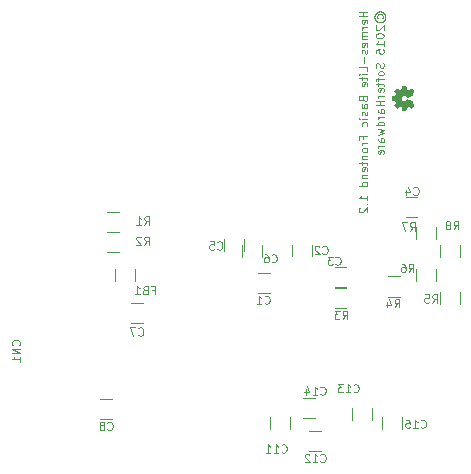
<source format=gbo>
G04 #@! TF.FileFunction,Legend,Bot*
%FSLAX46Y46*%
G04 Gerber Fmt 4.6, Leading zero omitted, Abs format (unit mm)*
G04 Created by KiCad (PCBNEW 0.201509221857+6208~30~ubuntu14.04.1-product) date Thu 24 Sep 2015 08:06:42 PM PDT*
%MOMM*%
G01*
G04 APERTURE LIST*
%ADD10C,0.100000*%
%ADD11C,0.002540*%
G04 APERTURE END LIST*
D10*
X37433333Y-1650001D02*
X37400000Y-1583335D01*
X37400000Y-1450001D01*
X37433333Y-1383335D01*
X37500000Y-1316668D01*
X37566667Y-1283335D01*
X37700000Y-1283335D01*
X37766667Y-1316668D01*
X37833333Y-1383335D01*
X37866667Y-1450001D01*
X37866667Y-1583335D01*
X37833333Y-1650001D01*
X37166667Y-1516668D02*
X37200000Y-1350001D01*
X37300000Y-1183335D01*
X37466667Y-1083335D01*
X37633333Y-1050001D01*
X37800000Y-1083335D01*
X37966667Y-1183335D01*
X38066667Y-1350001D01*
X38100000Y-1516668D01*
X38066667Y-1683335D01*
X37966667Y-1850001D01*
X37800000Y-1950001D01*
X37633333Y-1983335D01*
X37466667Y-1950001D01*
X37300000Y-1850001D01*
X37200000Y-1683335D01*
X37166667Y-1516668D01*
X37333333Y-2250001D02*
X37300000Y-2283335D01*
X37266667Y-2350001D01*
X37266667Y-2516668D01*
X37300000Y-2583335D01*
X37333333Y-2616668D01*
X37400000Y-2650001D01*
X37466667Y-2650001D01*
X37566667Y-2616668D01*
X37966667Y-2216668D01*
X37966667Y-2650001D01*
X37266667Y-3083335D02*
X37266667Y-3150002D01*
X37300000Y-3216668D01*
X37333333Y-3250002D01*
X37400000Y-3283335D01*
X37533333Y-3316668D01*
X37700000Y-3316668D01*
X37833333Y-3283335D01*
X37900000Y-3250002D01*
X37933333Y-3216668D01*
X37966667Y-3150002D01*
X37966667Y-3083335D01*
X37933333Y-3016668D01*
X37900000Y-2983335D01*
X37833333Y-2950002D01*
X37700000Y-2916668D01*
X37533333Y-2916668D01*
X37400000Y-2950002D01*
X37333333Y-2983335D01*
X37300000Y-3016668D01*
X37266667Y-3083335D01*
X37966667Y-3983335D02*
X37966667Y-3583335D01*
X37966667Y-3783335D02*
X37266667Y-3783335D01*
X37366667Y-3716669D01*
X37433333Y-3650002D01*
X37466667Y-3583335D01*
X37266667Y-4616669D02*
X37266667Y-4283336D01*
X37600000Y-4250002D01*
X37566667Y-4283336D01*
X37533333Y-4350002D01*
X37533333Y-4516669D01*
X37566667Y-4583336D01*
X37600000Y-4616669D01*
X37666667Y-4650002D01*
X37833333Y-4650002D01*
X37900000Y-4616669D01*
X37933333Y-4583336D01*
X37966667Y-4516669D01*
X37966667Y-4350002D01*
X37933333Y-4283336D01*
X37900000Y-4250002D01*
X37933333Y-5450002D02*
X37966667Y-5550002D01*
X37966667Y-5716669D01*
X37933333Y-5783336D01*
X37900000Y-5816669D01*
X37833333Y-5850002D01*
X37766667Y-5850002D01*
X37700000Y-5816669D01*
X37666667Y-5783336D01*
X37633333Y-5716669D01*
X37600000Y-5583336D01*
X37566667Y-5516669D01*
X37533333Y-5483336D01*
X37466667Y-5450002D01*
X37400000Y-5450002D01*
X37333333Y-5483336D01*
X37300000Y-5516669D01*
X37266667Y-5583336D01*
X37266667Y-5750002D01*
X37300000Y-5850002D01*
X37966667Y-6250003D02*
X37933333Y-6183336D01*
X37900000Y-6150003D01*
X37833333Y-6116669D01*
X37633333Y-6116669D01*
X37566667Y-6150003D01*
X37533333Y-6183336D01*
X37500000Y-6250003D01*
X37500000Y-6350003D01*
X37533333Y-6416669D01*
X37566667Y-6450003D01*
X37633333Y-6483336D01*
X37833333Y-6483336D01*
X37900000Y-6450003D01*
X37933333Y-6416669D01*
X37966667Y-6350003D01*
X37966667Y-6250003D01*
X37500000Y-6683336D02*
X37500000Y-6950002D01*
X37966667Y-6783336D02*
X37366667Y-6783336D01*
X37300000Y-6816669D01*
X37266667Y-6883336D01*
X37266667Y-6950002D01*
X37500000Y-7083336D02*
X37500000Y-7350002D01*
X37266667Y-7183336D02*
X37866667Y-7183336D01*
X37933333Y-7216669D01*
X37966667Y-7283336D01*
X37966667Y-7350002D01*
X37933333Y-7850002D02*
X37966667Y-7783336D01*
X37966667Y-7650002D01*
X37933333Y-7583336D01*
X37866667Y-7550002D01*
X37600000Y-7550002D01*
X37533333Y-7583336D01*
X37500000Y-7650002D01*
X37500000Y-7783336D01*
X37533333Y-7850002D01*
X37600000Y-7883336D01*
X37666667Y-7883336D01*
X37733333Y-7550002D01*
X37966667Y-8183336D02*
X37500000Y-8183336D01*
X37633333Y-8183336D02*
X37566667Y-8216669D01*
X37533333Y-8250002D01*
X37500000Y-8316669D01*
X37500000Y-8383336D01*
X37966667Y-8616669D02*
X37266667Y-8616669D01*
X37600000Y-8616669D02*
X37600000Y-9016669D01*
X37966667Y-9016669D02*
X37266667Y-9016669D01*
X37966667Y-9650002D02*
X37600000Y-9650002D01*
X37533333Y-9616668D01*
X37500000Y-9550002D01*
X37500000Y-9416668D01*
X37533333Y-9350002D01*
X37933333Y-9650002D02*
X37966667Y-9583335D01*
X37966667Y-9416668D01*
X37933333Y-9350002D01*
X37866667Y-9316668D01*
X37800000Y-9316668D01*
X37733333Y-9350002D01*
X37700000Y-9416668D01*
X37700000Y-9583335D01*
X37666667Y-9650002D01*
X37966667Y-9983335D02*
X37500000Y-9983335D01*
X37633333Y-9983335D02*
X37566667Y-10016668D01*
X37533333Y-10050001D01*
X37500000Y-10116668D01*
X37500000Y-10183335D01*
X37966667Y-10716668D02*
X37266667Y-10716668D01*
X37933333Y-10716668D02*
X37966667Y-10650001D01*
X37966667Y-10516668D01*
X37933333Y-10450001D01*
X37900000Y-10416668D01*
X37833333Y-10383334D01*
X37633333Y-10383334D01*
X37566667Y-10416668D01*
X37533333Y-10450001D01*
X37500000Y-10516668D01*
X37500000Y-10650001D01*
X37533333Y-10716668D01*
X37500000Y-10983334D02*
X37966667Y-11116667D01*
X37633333Y-11250001D01*
X37966667Y-11383334D01*
X37500000Y-11516667D01*
X37966667Y-12083334D02*
X37600000Y-12083334D01*
X37533333Y-12050000D01*
X37500000Y-11983334D01*
X37500000Y-11850000D01*
X37533333Y-11783334D01*
X37933333Y-12083334D02*
X37966667Y-12016667D01*
X37966667Y-11850000D01*
X37933333Y-11783334D01*
X37866667Y-11750000D01*
X37800000Y-11750000D01*
X37733333Y-11783334D01*
X37700000Y-11850000D01*
X37700000Y-12016667D01*
X37666667Y-12083334D01*
X37966667Y-12416667D02*
X37500000Y-12416667D01*
X37633333Y-12416667D02*
X37566667Y-12450000D01*
X37533333Y-12483333D01*
X37500000Y-12550000D01*
X37500000Y-12616667D01*
X37933333Y-13116666D02*
X37966667Y-13050000D01*
X37966667Y-12916666D01*
X37933333Y-12850000D01*
X37866667Y-12816666D01*
X37600000Y-12816666D01*
X37533333Y-12850000D01*
X37500000Y-12916666D01*
X37500000Y-13050000D01*
X37533333Y-13116666D01*
X37600000Y-13150000D01*
X37666667Y-13150000D01*
X37733333Y-12816666D01*
X36566667Y-1066667D02*
X35866667Y-1066667D01*
X36200000Y-1066667D02*
X36200000Y-1466667D01*
X36566667Y-1466667D02*
X35866667Y-1466667D01*
X36533333Y-2066666D02*
X36566667Y-2000000D01*
X36566667Y-1866666D01*
X36533333Y-1800000D01*
X36466667Y-1766666D01*
X36200000Y-1766666D01*
X36133333Y-1800000D01*
X36100000Y-1866666D01*
X36100000Y-2000000D01*
X36133333Y-2066666D01*
X36200000Y-2100000D01*
X36266667Y-2100000D01*
X36333333Y-1766666D01*
X36566667Y-2400000D02*
X36100000Y-2400000D01*
X36233333Y-2400000D02*
X36166667Y-2433333D01*
X36133333Y-2466666D01*
X36100000Y-2533333D01*
X36100000Y-2600000D01*
X36566667Y-2833333D02*
X36100000Y-2833333D01*
X36166667Y-2833333D02*
X36133333Y-2866666D01*
X36100000Y-2933333D01*
X36100000Y-3033333D01*
X36133333Y-3099999D01*
X36200000Y-3133333D01*
X36566667Y-3133333D01*
X36200000Y-3133333D02*
X36133333Y-3166666D01*
X36100000Y-3233333D01*
X36100000Y-3333333D01*
X36133333Y-3399999D01*
X36200000Y-3433333D01*
X36566667Y-3433333D01*
X36533333Y-4033332D02*
X36566667Y-3966666D01*
X36566667Y-3833332D01*
X36533333Y-3766666D01*
X36466667Y-3733332D01*
X36200000Y-3733332D01*
X36133333Y-3766666D01*
X36100000Y-3833332D01*
X36100000Y-3966666D01*
X36133333Y-4033332D01*
X36200000Y-4066666D01*
X36266667Y-4066666D01*
X36333333Y-3733332D01*
X36533333Y-4333332D02*
X36566667Y-4399999D01*
X36566667Y-4533332D01*
X36533333Y-4599999D01*
X36466667Y-4633332D01*
X36433333Y-4633332D01*
X36366667Y-4599999D01*
X36333333Y-4533332D01*
X36333333Y-4433332D01*
X36300000Y-4366666D01*
X36233333Y-4333332D01*
X36200000Y-4333332D01*
X36133333Y-4366666D01*
X36100000Y-4433332D01*
X36100000Y-4533332D01*
X36133333Y-4599999D01*
X36300000Y-4933333D02*
X36300000Y-5466666D01*
X36566667Y-6133333D02*
X36566667Y-5800000D01*
X35866667Y-5800000D01*
X36566667Y-6366667D02*
X36100000Y-6366667D01*
X35866667Y-6366667D02*
X35900000Y-6333333D01*
X35933333Y-6366667D01*
X35900000Y-6400000D01*
X35866667Y-6366667D01*
X35933333Y-6366667D01*
X36100000Y-6600000D02*
X36100000Y-6866666D01*
X35866667Y-6700000D02*
X36466667Y-6700000D01*
X36533333Y-6733333D01*
X36566667Y-6800000D01*
X36566667Y-6866666D01*
X36533333Y-7366666D02*
X36566667Y-7300000D01*
X36566667Y-7166666D01*
X36533333Y-7100000D01*
X36466667Y-7066666D01*
X36200000Y-7066666D01*
X36133333Y-7100000D01*
X36100000Y-7166666D01*
X36100000Y-7300000D01*
X36133333Y-7366666D01*
X36200000Y-7400000D01*
X36266667Y-7400000D01*
X36333333Y-7066666D01*
X36200000Y-8466666D02*
X36233333Y-8566666D01*
X36266667Y-8599999D01*
X36333333Y-8633333D01*
X36433333Y-8633333D01*
X36500000Y-8599999D01*
X36533333Y-8566666D01*
X36566667Y-8499999D01*
X36566667Y-8233333D01*
X35866667Y-8233333D01*
X35866667Y-8466666D01*
X35900000Y-8533333D01*
X35933333Y-8566666D01*
X36000000Y-8599999D01*
X36066667Y-8599999D01*
X36133333Y-8566666D01*
X36166667Y-8533333D01*
X36200000Y-8466666D01*
X36200000Y-8233333D01*
X36566667Y-9233333D02*
X36200000Y-9233333D01*
X36133333Y-9199999D01*
X36100000Y-9133333D01*
X36100000Y-8999999D01*
X36133333Y-8933333D01*
X36533333Y-9233333D02*
X36566667Y-9166666D01*
X36566667Y-8999999D01*
X36533333Y-8933333D01*
X36466667Y-8899999D01*
X36400000Y-8899999D01*
X36333333Y-8933333D01*
X36300000Y-8999999D01*
X36300000Y-9166666D01*
X36266667Y-9233333D01*
X36533333Y-9533332D02*
X36566667Y-9599999D01*
X36566667Y-9733332D01*
X36533333Y-9799999D01*
X36466667Y-9833332D01*
X36433333Y-9833332D01*
X36366667Y-9799999D01*
X36333333Y-9733332D01*
X36333333Y-9633332D01*
X36300000Y-9566666D01*
X36233333Y-9533332D01*
X36200000Y-9533332D01*
X36133333Y-9566666D01*
X36100000Y-9633332D01*
X36100000Y-9733332D01*
X36133333Y-9799999D01*
X36566667Y-10133333D02*
X36100000Y-10133333D01*
X35866667Y-10133333D02*
X35900000Y-10099999D01*
X35933333Y-10133333D01*
X35900000Y-10166666D01*
X35866667Y-10133333D01*
X35933333Y-10133333D01*
X36533333Y-10766666D02*
X36566667Y-10699999D01*
X36566667Y-10566666D01*
X36533333Y-10499999D01*
X36500000Y-10466666D01*
X36433333Y-10433332D01*
X36233333Y-10433332D01*
X36166667Y-10466666D01*
X36133333Y-10499999D01*
X36100000Y-10566666D01*
X36100000Y-10699999D01*
X36133333Y-10766666D01*
X36200000Y-11833332D02*
X36200000Y-11599999D01*
X36566667Y-11599999D02*
X35866667Y-11599999D01*
X35866667Y-11933332D01*
X36566667Y-12199999D02*
X36100000Y-12199999D01*
X36233333Y-12199999D02*
X36166667Y-12233332D01*
X36133333Y-12266665D01*
X36100000Y-12333332D01*
X36100000Y-12399999D01*
X36566667Y-12733332D02*
X36533333Y-12666665D01*
X36500000Y-12633332D01*
X36433333Y-12599998D01*
X36233333Y-12599998D01*
X36166667Y-12633332D01*
X36133333Y-12666665D01*
X36100000Y-12733332D01*
X36100000Y-12833332D01*
X36133333Y-12899998D01*
X36166667Y-12933332D01*
X36233333Y-12966665D01*
X36433333Y-12966665D01*
X36500000Y-12933332D01*
X36533333Y-12899998D01*
X36566667Y-12833332D01*
X36566667Y-12733332D01*
X36100000Y-13266665D02*
X36566667Y-13266665D01*
X36166667Y-13266665D02*
X36133333Y-13299998D01*
X36100000Y-13366665D01*
X36100000Y-13466665D01*
X36133333Y-13533331D01*
X36200000Y-13566665D01*
X36566667Y-13566665D01*
X36100000Y-13799998D02*
X36100000Y-14066664D01*
X35866667Y-13899998D02*
X36466667Y-13899998D01*
X36533333Y-13933331D01*
X36566667Y-13999998D01*
X36566667Y-14066664D01*
X36533333Y-14566664D02*
X36566667Y-14499998D01*
X36566667Y-14366664D01*
X36533333Y-14299998D01*
X36466667Y-14266664D01*
X36200000Y-14266664D01*
X36133333Y-14299998D01*
X36100000Y-14366664D01*
X36100000Y-14499998D01*
X36133333Y-14566664D01*
X36200000Y-14599998D01*
X36266667Y-14599998D01*
X36333333Y-14266664D01*
X36100000Y-14899998D02*
X36566667Y-14899998D01*
X36166667Y-14899998D02*
X36133333Y-14933331D01*
X36100000Y-14999998D01*
X36100000Y-15099998D01*
X36133333Y-15166664D01*
X36200000Y-15199998D01*
X36566667Y-15199998D01*
X36566667Y-15833331D02*
X35866667Y-15833331D01*
X36533333Y-15833331D02*
X36566667Y-15766664D01*
X36566667Y-15633331D01*
X36533333Y-15566664D01*
X36500000Y-15533331D01*
X36433333Y-15499997D01*
X36233333Y-15499997D01*
X36166667Y-15533331D01*
X36133333Y-15566664D01*
X36100000Y-15633331D01*
X36100000Y-15766664D01*
X36133333Y-15833331D01*
X36566667Y-17066663D02*
X36566667Y-16666663D01*
X36566667Y-16866663D02*
X35866667Y-16866663D01*
X35966667Y-16799997D01*
X36033333Y-16733330D01*
X36066667Y-16666663D01*
X36500000Y-17366664D02*
X36533333Y-17399997D01*
X36566667Y-17366664D01*
X36533333Y-17333330D01*
X36500000Y-17366664D01*
X36566667Y-17366664D01*
X35933333Y-17666663D02*
X35900000Y-17699997D01*
X35866667Y-17766663D01*
X35866667Y-17933330D01*
X35900000Y-17999997D01*
X35933333Y-18033330D01*
X36000000Y-18066663D01*
X36066667Y-18066663D01*
X36166667Y-18033330D01*
X36566667Y-17633330D01*
X36566667Y-18066663D01*
X28292000Y-24903000D02*
X27292000Y-24903000D01*
X27292000Y-23203000D02*
X28292000Y-23203000D01*
X30192000Y-21803000D02*
X30192000Y-20803000D01*
X31892000Y-20803000D02*
X31892000Y-21803000D01*
X33792000Y-22703000D02*
X34792000Y-22703000D01*
X34792000Y-24403000D02*
X33792000Y-24403000D01*
X39800000Y-16750000D02*
X40800000Y-16750000D01*
X40800000Y-18450000D02*
X39800000Y-18450000D01*
X24450000Y-21350000D02*
X24450000Y-20350000D01*
X26150000Y-20350000D02*
X26150000Y-21350000D01*
X25950000Y-21850000D02*
X25950000Y-20850000D01*
X27650000Y-20850000D02*
X27650000Y-21850000D01*
X17550000Y-27450000D02*
X16550000Y-27450000D01*
X16550000Y-25750000D02*
X17550000Y-25750000D01*
X14950000Y-35550000D02*
X13950000Y-35550000D01*
X13950000Y-33850000D02*
X14950000Y-33850000D01*
X28300000Y-36400000D02*
X28300000Y-35400000D01*
X30000000Y-35400000D02*
X30000000Y-36400000D01*
X31650000Y-36550000D02*
X32650000Y-36550000D01*
X32650000Y-38250000D02*
X31650000Y-38250000D01*
X37000000Y-34650000D02*
X37000000Y-35650000D01*
X35300000Y-35650000D02*
X35300000Y-34650000D01*
X31150000Y-33800000D02*
X32150000Y-33800000D01*
X32150000Y-35500000D02*
X31150000Y-35500000D01*
X39500000Y-35400000D02*
X39500000Y-36400000D01*
X37800000Y-36400000D02*
X37800000Y-35400000D01*
X16900000Y-22850000D02*
X16900000Y-23850000D01*
X15200000Y-23850000D02*
X15200000Y-22850000D01*
X15550000Y-19700000D02*
X14550000Y-19700000D01*
X14550000Y-18000000D02*
X15550000Y-18000000D01*
X15550000Y-21450000D02*
X14550000Y-21450000D01*
X14550000Y-19750000D02*
X15550000Y-19750000D01*
X33800000Y-24500000D02*
X34800000Y-24500000D01*
X34800000Y-26200000D02*
X33800000Y-26200000D01*
X38300000Y-23500000D02*
X39300000Y-23500000D01*
X39300000Y-25200000D02*
X38300000Y-25200000D01*
X42700000Y-25850000D02*
X42700000Y-24850000D01*
X44400000Y-24850000D02*
X44400000Y-25850000D01*
X40700000Y-23850000D02*
X40700000Y-22850000D01*
X42400000Y-22850000D02*
X42400000Y-23850000D01*
X42400000Y-19350000D02*
X42400000Y-20350000D01*
X40700000Y-20350000D02*
X40700000Y-19350000D01*
X44400000Y-20850000D02*
X44400000Y-21850000D01*
X42700000Y-21850000D02*
X42700000Y-20850000D01*
D11*
G36*
X40446620Y-9004520D02*
X40441540Y-8994360D01*
X40426300Y-8971500D01*
X40405980Y-8938480D01*
X40378040Y-8897840D01*
X40352640Y-8859740D01*
X40329780Y-8826720D01*
X40314540Y-8803860D01*
X40309460Y-8793700D01*
X40312000Y-8788620D01*
X40322160Y-8770840D01*
X40334860Y-8742900D01*
X40342480Y-8727660D01*
X40355180Y-8702260D01*
X40357720Y-8689560D01*
X40352640Y-8687020D01*
X40334860Y-8676860D01*
X40301840Y-8664160D01*
X40258660Y-8643840D01*
X40207860Y-8623520D01*
X40151980Y-8600660D01*
X40096100Y-8577800D01*
X40042760Y-8554940D01*
X39994500Y-8534620D01*
X39956400Y-8519380D01*
X39928460Y-8509220D01*
X39918300Y-8504140D01*
X39915760Y-8506680D01*
X39903060Y-8519380D01*
X39887820Y-8539700D01*
X39847180Y-8587960D01*
X39788760Y-8633680D01*
X39722720Y-8664160D01*
X39649060Y-8671780D01*
X39583020Y-8664160D01*
X39519520Y-8638760D01*
X39458560Y-8593040D01*
X39415380Y-8537160D01*
X39387440Y-8471120D01*
X39379820Y-8400000D01*
X39387440Y-8331420D01*
X39412840Y-8265380D01*
X39458560Y-8204420D01*
X39486500Y-8181560D01*
X39547460Y-8146000D01*
X39608420Y-8125680D01*
X39623660Y-8125680D01*
X39694780Y-8128220D01*
X39763360Y-8148540D01*
X39821780Y-8184100D01*
X39872580Y-8237440D01*
X39877660Y-8242520D01*
X39895440Y-8267920D01*
X39905600Y-8283160D01*
X39915760Y-8295860D01*
X40131660Y-8206960D01*
X40167220Y-8191720D01*
X40225640Y-8166320D01*
X40276440Y-8146000D01*
X40317080Y-8128220D01*
X40342480Y-8115520D01*
X40355180Y-8110440D01*
X40355180Y-8110440D01*
X40355180Y-8102820D01*
X40350100Y-8087580D01*
X40334860Y-8057100D01*
X40324700Y-8036780D01*
X40314540Y-8013920D01*
X40309460Y-8003760D01*
X40314540Y-7993600D01*
X40329780Y-7973280D01*
X40350100Y-7940260D01*
X40375500Y-7902160D01*
X40400900Y-7866600D01*
X40423760Y-7831040D01*
X40439000Y-7808180D01*
X40446620Y-7795480D01*
X40446620Y-7792940D01*
X40439000Y-7782780D01*
X40423760Y-7762460D01*
X40395820Y-7734520D01*
X40355180Y-7693880D01*
X40350100Y-7686260D01*
X40314540Y-7653240D01*
X40284060Y-7625300D01*
X40263740Y-7604980D01*
X40256120Y-7599900D01*
X40256120Y-7599900D01*
X40243420Y-7604980D01*
X40218020Y-7620220D01*
X40185000Y-7643080D01*
X40144360Y-7671020D01*
X40040220Y-7742140D01*
X39943700Y-7701500D01*
X39913220Y-7691340D01*
X39877660Y-7676100D01*
X39852260Y-7663400D01*
X39839560Y-7658320D01*
X39837020Y-7648160D01*
X39829400Y-7620220D01*
X39821780Y-7582120D01*
X39814160Y-7536400D01*
X39804000Y-7490680D01*
X39796380Y-7452580D01*
X39791300Y-7422100D01*
X39788760Y-7409400D01*
X39786220Y-7406860D01*
X39781140Y-7404320D01*
X39768440Y-7401780D01*
X39743040Y-7401780D01*
X39704940Y-7401780D01*
X39649060Y-7401780D01*
X39643980Y-7401780D01*
X39590640Y-7401780D01*
X39550000Y-7401780D01*
X39524600Y-7404320D01*
X39514440Y-7406860D01*
X39514440Y-7406860D01*
X39509360Y-7419560D01*
X39504280Y-7447500D01*
X39496660Y-7485600D01*
X39486500Y-7533860D01*
X39486500Y-7536400D01*
X39478880Y-7584660D01*
X39468720Y-7622760D01*
X39463640Y-7650700D01*
X39458560Y-7663400D01*
X39456020Y-7665940D01*
X39438240Y-7676100D01*
X39407760Y-7688800D01*
X39372200Y-7704040D01*
X39336640Y-7719280D01*
X39301080Y-7734520D01*
X39278220Y-7742140D01*
X39265520Y-7744680D01*
X39265520Y-7744680D01*
X39255360Y-7737060D01*
X39229960Y-7721820D01*
X39196940Y-7698960D01*
X39156300Y-7671020D01*
X39151220Y-7668480D01*
X39113120Y-7640540D01*
X39077560Y-7620220D01*
X39054700Y-7604980D01*
X39044540Y-7599900D01*
X39042000Y-7599900D01*
X39031840Y-7607520D01*
X39008980Y-7627840D01*
X38978500Y-7658320D01*
X38942940Y-7693880D01*
X38932780Y-7704040D01*
X38894680Y-7742140D01*
X38869280Y-7770080D01*
X38856580Y-7787860D01*
X38851500Y-7795480D01*
X38854040Y-7795480D01*
X38859120Y-7808180D01*
X38876900Y-7833580D01*
X38899760Y-7866600D01*
X38927700Y-7907240D01*
X38930240Y-7909780D01*
X38955640Y-7950420D01*
X38978500Y-7983440D01*
X38993740Y-8006300D01*
X39001360Y-8016460D01*
X39001360Y-8019000D01*
X38996280Y-8034240D01*
X38986120Y-8064720D01*
X38973420Y-8097740D01*
X38958180Y-8135840D01*
X38942940Y-8168860D01*
X38932780Y-8194260D01*
X38925160Y-8206960D01*
X38925160Y-8206960D01*
X38909920Y-8212040D01*
X38879440Y-8217120D01*
X38838800Y-8227280D01*
X38790540Y-8234900D01*
X38782920Y-8237440D01*
X38734660Y-8245060D01*
X38696560Y-8252680D01*
X38668620Y-8260300D01*
X38655920Y-8262840D01*
X38655920Y-8267920D01*
X38653380Y-8293320D01*
X38653380Y-8328880D01*
X38653380Y-8372060D01*
X38653380Y-8415240D01*
X38653380Y-8458420D01*
X38655920Y-8496520D01*
X38655920Y-8521920D01*
X38658460Y-8534620D01*
X38661000Y-8534620D01*
X38673700Y-8539700D01*
X38704180Y-8544780D01*
X38744820Y-8554940D01*
X38795620Y-8562560D01*
X38803240Y-8565100D01*
X38851500Y-8572720D01*
X38889600Y-8582880D01*
X38917540Y-8587960D01*
X38927700Y-8590500D01*
X38930240Y-8595580D01*
X38937860Y-8613360D01*
X38950560Y-8646380D01*
X38968340Y-8687020D01*
X39003900Y-8778460D01*
X38927700Y-8890220D01*
X38920080Y-8900380D01*
X38892140Y-8941020D01*
X38871820Y-8974040D01*
X38856580Y-8996900D01*
X38851500Y-9007060D01*
X38851500Y-9007060D01*
X38861660Y-9017220D01*
X38881980Y-9040080D01*
X38912460Y-9070560D01*
X38945480Y-9106120D01*
X38973420Y-9131520D01*
X39003900Y-9162000D01*
X39024220Y-9182320D01*
X39039460Y-9192480D01*
X39047080Y-9197560D01*
X39052160Y-9195020D01*
X39064860Y-9189940D01*
X39087720Y-9172160D01*
X39123280Y-9149300D01*
X39161380Y-9121360D01*
X39196940Y-9098500D01*
X39232500Y-9075640D01*
X39260440Y-9060400D01*
X39273140Y-9052780D01*
X39278220Y-9055320D01*
X39301080Y-9062940D01*
X39334100Y-9075640D01*
X39374740Y-9093420D01*
X39463640Y-9131520D01*
X39473800Y-9189940D01*
X39481420Y-9225500D01*
X39489040Y-9276300D01*
X39499200Y-9322020D01*
X39514440Y-9395680D01*
X39781140Y-9398220D01*
X39786220Y-9388060D01*
X39791300Y-9375360D01*
X39796380Y-9349960D01*
X39804000Y-9309320D01*
X39811620Y-9263600D01*
X39819240Y-9225500D01*
X39826860Y-9184860D01*
X39831940Y-9156920D01*
X39834480Y-9144220D01*
X39839560Y-9141680D01*
X39859880Y-9131520D01*
X39890360Y-9116280D01*
X39925920Y-9101040D01*
X39964020Y-9085800D01*
X39999580Y-9073100D01*
X40024980Y-9062940D01*
X40040220Y-9057860D01*
X40050380Y-9062940D01*
X40073240Y-9078180D01*
X40106260Y-9101040D01*
X40144360Y-9126440D01*
X40185000Y-9154380D01*
X40218020Y-9177240D01*
X40243420Y-9192480D01*
X40253580Y-9200100D01*
X40261200Y-9195020D01*
X40278980Y-9179780D01*
X40309460Y-9151840D01*
X40355180Y-9106120D01*
X40360260Y-9098500D01*
X40395820Y-9065480D01*
X40421220Y-9035000D01*
X40441540Y-9014680D01*
X40446620Y-9004520D01*
X40446620Y-9004520D01*
G37*
X40446620Y-9004520D02*
X40441540Y-8994360D01*
X40426300Y-8971500D01*
X40405980Y-8938480D01*
X40378040Y-8897840D01*
X40352640Y-8859740D01*
X40329780Y-8826720D01*
X40314540Y-8803860D01*
X40309460Y-8793700D01*
X40312000Y-8788620D01*
X40322160Y-8770840D01*
X40334860Y-8742900D01*
X40342480Y-8727660D01*
X40355180Y-8702260D01*
X40357720Y-8689560D01*
X40352640Y-8687020D01*
X40334860Y-8676860D01*
X40301840Y-8664160D01*
X40258660Y-8643840D01*
X40207860Y-8623520D01*
X40151980Y-8600660D01*
X40096100Y-8577800D01*
X40042760Y-8554940D01*
X39994500Y-8534620D01*
X39956400Y-8519380D01*
X39928460Y-8509220D01*
X39918300Y-8504140D01*
X39915760Y-8506680D01*
X39903060Y-8519380D01*
X39887820Y-8539700D01*
X39847180Y-8587960D01*
X39788760Y-8633680D01*
X39722720Y-8664160D01*
X39649060Y-8671780D01*
X39583020Y-8664160D01*
X39519520Y-8638760D01*
X39458560Y-8593040D01*
X39415380Y-8537160D01*
X39387440Y-8471120D01*
X39379820Y-8400000D01*
X39387440Y-8331420D01*
X39412840Y-8265380D01*
X39458560Y-8204420D01*
X39486500Y-8181560D01*
X39547460Y-8146000D01*
X39608420Y-8125680D01*
X39623660Y-8125680D01*
X39694780Y-8128220D01*
X39763360Y-8148540D01*
X39821780Y-8184100D01*
X39872580Y-8237440D01*
X39877660Y-8242520D01*
X39895440Y-8267920D01*
X39905600Y-8283160D01*
X39915760Y-8295860D01*
X40131660Y-8206960D01*
X40167220Y-8191720D01*
X40225640Y-8166320D01*
X40276440Y-8146000D01*
X40317080Y-8128220D01*
X40342480Y-8115520D01*
X40355180Y-8110440D01*
X40355180Y-8110440D01*
X40355180Y-8102820D01*
X40350100Y-8087580D01*
X40334860Y-8057100D01*
X40324700Y-8036780D01*
X40314540Y-8013920D01*
X40309460Y-8003760D01*
X40314540Y-7993600D01*
X40329780Y-7973280D01*
X40350100Y-7940260D01*
X40375500Y-7902160D01*
X40400900Y-7866600D01*
X40423760Y-7831040D01*
X40439000Y-7808180D01*
X40446620Y-7795480D01*
X40446620Y-7792940D01*
X40439000Y-7782780D01*
X40423760Y-7762460D01*
X40395820Y-7734520D01*
X40355180Y-7693880D01*
X40350100Y-7686260D01*
X40314540Y-7653240D01*
X40284060Y-7625300D01*
X40263740Y-7604980D01*
X40256120Y-7599900D01*
X40256120Y-7599900D01*
X40243420Y-7604980D01*
X40218020Y-7620220D01*
X40185000Y-7643080D01*
X40144360Y-7671020D01*
X40040220Y-7742140D01*
X39943700Y-7701500D01*
X39913220Y-7691340D01*
X39877660Y-7676100D01*
X39852260Y-7663400D01*
X39839560Y-7658320D01*
X39837020Y-7648160D01*
X39829400Y-7620220D01*
X39821780Y-7582120D01*
X39814160Y-7536400D01*
X39804000Y-7490680D01*
X39796380Y-7452580D01*
X39791300Y-7422100D01*
X39788760Y-7409400D01*
X39786220Y-7406860D01*
X39781140Y-7404320D01*
X39768440Y-7401780D01*
X39743040Y-7401780D01*
X39704940Y-7401780D01*
X39649060Y-7401780D01*
X39643980Y-7401780D01*
X39590640Y-7401780D01*
X39550000Y-7401780D01*
X39524600Y-7404320D01*
X39514440Y-7406860D01*
X39514440Y-7406860D01*
X39509360Y-7419560D01*
X39504280Y-7447500D01*
X39496660Y-7485600D01*
X39486500Y-7533860D01*
X39486500Y-7536400D01*
X39478880Y-7584660D01*
X39468720Y-7622760D01*
X39463640Y-7650700D01*
X39458560Y-7663400D01*
X39456020Y-7665940D01*
X39438240Y-7676100D01*
X39407760Y-7688800D01*
X39372200Y-7704040D01*
X39336640Y-7719280D01*
X39301080Y-7734520D01*
X39278220Y-7742140D01*
X39265520Y-7744680D01*
X39265520Y-7744680D01*
X39255360Y-7737060D01*
X39229960Y-7721820D01*
X39196940Y-7698960D01*
X39156300Y-7671020D01*
X39151220Y-7668480D01*
X39113120Y-7640540D01*
X39077560Y-7620220D01*
X39054700Y-7604980D01*
X39044540Y-7599900D01*
X39042000Y-7599900D01*
X39031840Y-7607520D01*
X39008980Y-7627840D01*
X38978500Y-7658320D01*
X38942940Y-7693880D01*
X38932780Y-7704040D01*
X38894680Y-7742140D01*
X38869280Y-7770080D01*
X38856580Y-7787860D01*
X38851500Y-7795480D01*
X38854040Y-7795480D01*
X38859120Y-7808180D01*
X38876900Y-7833580D01*
X38899760Y-7866600D01*
X38927700Y-7907240D01*
X38930240Y-7909780D01*
X38955640Y-7950420D01*
X38978500Y-7983440D01*
X38993740Y-8006300D01*
X39001360Y-8016460D01*
X39001360Y-8019000D01*
X38996280Y-8034240D01*
X38986120Y-8064720D01*
X38973420Y-8097740D01*
X38958180Y-8135840D01*
X38942940Y-8168860D01*
X38932780Y-8194260D01*
X38925160Y-8206960D01*
X38925160Y-8206960D01*
X38909920Y-8212040D01*
X38879440Y-8217120D01*
X38838800Y-8227280D01*
X38790540Y-8234900D01*
X38782920Y-8237440D01*
X38734660Y-8245060D01*
X38696560Y-8252680D01*
X38668620Y-8260300D01*
X38655920Y-8262840D01*
X38655920Y-8267920D01*
X38653380Y-8293320D01*
X38653380Y-8328880D01*
X38653380Y-8372060D01*
X38653380Y-8415240D01*
X38653380Y-8458420D01*
X38655920Y-8496520D01*
X38655920Y-8521920D01*
X38658460Y-8534620D01*
X38661000Y-8534620D01*
X38673700Y-8539700D01*
X38704180Y-8544780D01*
X38744820Y-8554940D01*
X38795620Y-8562560D01*
X38803240Y-8565100D01*
X38851500Y-8572720D01*
X38889600Y-8582880D01*
X38917540Y-8587960D01*
X38927700Y-8590500D01*
X38930240Y-8595580D01*
X38937860Y-8613360D01*
X38950560Y-8646380D01*
X38968340Y-8687020D01*
X39003900Y-8778460D01*
X38927700Y-8890220D01*
X38920080Y-8900380D01*
X38892140Y-8941020D01*
X38871820Y-8974040D01*
X38856580Y-8996900D01*
X38851500Y-9007060D01*
X38851500Y-9007060D01*
X38861660Y-9017220D01*
X38881980Y-9040080D01*
X38912460Y-9070560D01*
X38945480Y-9106120D01*
X38973420Y-9131520D01*
X39003900Y-9162000D01*
X39024220Y-9182320D01*
X39039460Y-9192480D01*
X39047080Y-9197560D01*
X39052160Y-9195020D01*
X39064860Y-9189940D01*
X39087720Y-9172160D01*
X39123280Y-9149300D01*
X39161380Y-9121360D01*
X39196940Y-9098500D01*
X39232500Y-9075640D01*
X39260440Y-9060400D01*
X39273140Y-9052780D01*
X39278220Y-9055320D01*
X39301080Y-9062940D01*
X39334100Y-9075640D01*
X39374740Y-9093420D01*
X39463640Y-9131520D01*
X39473800Y-9189940D01*
X39481420Y-9225500D01*
X39489040Y-9276300D01*
X39499200Y-9322020D01*
X39514440Y-9395680D01*
X39781140Y-9398220D01*
X39786220Y-9388060D01*
X39791300Y-9375360D01*
X39796380Y-9349960D01*
X39804000Y-9309320D01*
X39811620Y-9263600D01*
X39819240Y-9225500D01*
X39826860Y-9184860D01*
X39831940Y-9156920D01*
X39834480Y-9144220D01*
X39839560Y-9141680D01*
X39859880Y-9131520D01*
X39890360Y-9116280D01*
X39925920Y-9101040D01*
X39964020Y-9085800D01*
X39999580Y-9073100D01*
X40024980Y-9062940D01*
X40040220Y-9057860D01*
X40050380Y-9062940D01*
X40073240Y-9078180D01*
X40106260Y-9101040D01*
X40144360Y-9126440D01*
X40185000Y-9154380D01*
X40218020Y-9177240D01*
X40243420Y-9192480D01*
X40253580Y-9200100D01*
X40261200Y-9195020D01*
X40278980Y-9179780D01*
X40309460Y-9151840D01*
X40355180Y-9106120D01*
X40360260Y-9098500D01*
X40395820Y-9065480D01*
X40421220Y-9035000D01*
X40441540Y-9014680D01*
X40446620Y-9004520D01*
D10*
X7100000Y-29316667D02*
X7133333Y-29283333D01*
X7166667Y-29183333D01*
X7166667Y-29116667D01*
X7133333Y-29016667D01*
X7066667Y-28950000D01*
X7000000Y-28916667D01*
X6866667Y-28883333D01*
X6766667Y-28883333D01*
X6633333Y-28916667D01*
X6566667Y-28950000D01*
X6500000Y-29016667D01*
X6466667Y-29116667D01*
X6466667Y-29183333D01*
X6500000Y-29283333D01*
X6533333Y-29316667D01*
X7166667Y-29616667D02*
X6466667Y-29616667D01*
X7166667Y-30016667D01*
X6466667Y-30016667D01*
X7166667Y-30716666D02*
X7166667Y-30316666D01*
X7166667Y-30516666D02*
X6466667Y-30516666D01*
X6566667Y-30450000D01*
X6633333Y-30383333D01*
X6666667Y-30316666D01*
X27866666Y-25750000D02*
X27900000Y-25783333D01*
X28000000Y-25816667D01*
X28066666Y-25816667D01*
X28166666Y-25783333D01*
X28233333Y-25716667D01*
X28266666Y-25650000D01*
X28300000Y-25516667D01*
X28300000Y-25416667D01*
X28266666Y-25283333D01*
X28233333Y-25216667D01*
X28166666Y-25150000D01*
X28066666Y-25116667D01*
X28000000Y-25116667D01*
X27900000Y-25150000D01*
X27866666Y-25183333D01*
X27200000Y-25816667D02*
X27600000Y-25816667D01*
X27400000Y-25816667D02*
X27400000Y-25116667D01*
X27466666Y-25216667D01*
X27533333Y-25283333D01*
X27600000Y-25316667D01*
X32766666Y-21550000D02*
X32800000Y-21583333D01*
X32900000Y-21616667D01*
X32966666Y-21616667D01*
X33066666Y-21583333D01*
X33133333Y-21516667D01*
X33166666Y-21450000D01*
X33200000Y-21316667D01*
X33200000Y-21216667D01*
X33166666Y-21083333D01*
X33133333Y-21016667D01*
X33066666Y-20950000D01*
X32966666Y-20916667D01*
X32900000Y-20916667D01*
X32800000Y-20950000D01*
X32766666Y-20983333D01*
X32500000Y-20983333D02*
X32466666Y-20950000D01*
X32400000Y-20916667D01*
X32233333Y-20916667D01*
X32166666Y-20950000D01*
X32133333Y-20983333D01*
X32100000Y-21050000D01*
X32100000Y-21116667D01*
X32133333Y-21216667D01*
X32533333Y-21616667D01*
X32100000Y-21616667D01*
X33866666Y-22450000D02*
X33900000Y-22483333D01*
X34000000Y-22516667D01*
X34066666Y-22516667D01*
X34166666Y-22483333D01*
X34233333Y-22416667D01*
X34266666Y-22350000D01*
X34300000Y-22216667D01*
X34300000Y-22116667D01*
X34266666Y-21983333D01*
X34233333Y-21916667D01*
X34166666Y-21850000D01*
X34066666Y-21816667D01*
X34000000Y-21816667D01*
X33900000Y-21850000D01*
X33866666Y-21883333D01*
X33633333Y-21816667D02*
X33200000Y-21816667D01*
X33433333Y-22083333D01*
X33333333Y-22083333D01*
X33266666Y-22116667D01*
X33233333Y-22150000D01*
X33200000Y-22216667D01*
X33200000Y-22383333D01*
X33233333Y-22450000D01*
X33266666Y-22483333D01*
X33333333Y-22516667D01*
X33533333Y-22516667D01*
X33600000Y-22483333D01*
X33633333Y-22450000D01*
X40466666Y-16550000D02*
X40500000Y-16583333D01*
X40600000Y-16616667D01*
X40666666Y-16616667D01*
X40766666Y-16583333D01*
X40833333Y-16516667D01*
X40866666Y-16450000D01*
X40900000Y-16316667D01*
X40900000Y-16216667D01*
X40866666Y-16083333D01*
X40833333Y-16016667D01*
X40766666Y-15950000D01*
X40666666Y-15916667D01*
X40600000Y-15916667D01*
X40500000Y-15950000D01*
X40466666Y-15983333D01*
X39866666Y-16150000D02*
X39866666Y-16616667D01*
X40033333Y-15883333D02*
X40200000Y-16383333D01*
X39766666Y-16383333D01*
X23866666Y-21150000D02*
X23900000Y-21183333D01*
X24000000Y-21216667D01*
X24066666Y-21216667D01*
X24166666Y-21183333D01*
X24233333Y-21116667D01*
X24266666Y-21050000D01*
X24300000Y-20916667D01*
X24300000Y-20816667D01*
X24266666Y-20683333D01*
X24233333Y-20616667D01*
X24166666Y-20550000D01*
X24066666Y-20516667D01*
X24000000Y-20516667D01*
X23900000Y-20550000D01*
X23866666Y-20583333D01*
X23233333Y-20516667D02*
X23566666Y-20516667D01*
X23600000Y-20850000D01*
X23566666Y-20816667D01*
X23500000Y-20783333D01*
X23333333Y-20783333D01*
X23266666Y-20816667D01*
X23233333Y-20850000D01*
X23200000Y-20916667D01*
X23200000Y-21083333D01*
X23233333Y-21150000D01*
X23266666Y-21183333D01*
X23333333Y-21216667D01*
X23500000Y-21216667D01*
X23566666Y-21183333D01*
X23600000Y-21150000D01*
X28466666Y-22250000D02*
X28500000Y-22283333D01*
X28600000Y-22316667D01*
X28666666Y-22316667D01*
X28766666Y-22283333D01*
X28833333Y-22216667D01*
X28866666Y-22150000D01*
X28900000Y-22016667D01*
X28900000Y-21916667D01*
X28866666Y-21783333D01*
X28833333Y-21716667D01*
X28766666Y-21650000D01*
X28666666Y-21616667D01*
X28600000Y-21616667D01*
X28500000Y-21650000D01*
X28466666Y-21683333D01*
X27866666Y-21616667D02*
X28000000Y-21616667D01*
X28066666Y-21650000D01*
X28100000Y-21683333D01*
X28166666Y-21783333D01*
X28200000Y-21916667D01*
X28200000Y-22183333D01*
X28166666Y-22250000D01*
X28133333Y-22283333D01*
X28066666Y-22316667D01*
X27933333Y-22316667D01*
X27866666Y-22283333D01*
X27833333Y-22250000D01*
X27800000Y-22183333D01*
X27800000Y-22016667D01*
X27833333Y-21950000D01*
X27866666Y-21916667D01*
X27933333Y-21883333D01*
X28066666Y-21883333D01*
X28133333Y-21916667D01*
X28166666Y-21950000D01*
X28200000Y-22016667D01*
X17166666Y-28450000D02*
X17200000Y-28483333D01*
X17300000Y-28516667D01*
X17366666Y-28516667D01*
X17466666Y-28483333D01*
X17533333Y-28416667D01*
X17566666Y-28350000D01*
X17600000Y-28216667D01*
X17600000Y-28116667D01*
X17566666Y-27983333D01*
X17533333Y-27916667D01*
X17466666Y-27850000D01*
X17366666Y-27816667D01*
X17300000Y-27816667D01*
X17200000Y-27850000D01*
X17166666Y-27883333D01*
X16933333Y-27816667D02*
X16466666Y-27816667D01*
X16766666Y-28516667D01*
X14566666Y-36450000D02*
X14600000Y-36483333D01*
X14700000Y-36516667D01*
X14766666Y-36516667D01*
X14866666Y-36483333D01*
X14933333Y-36416667D01*
X14966666Y-36350000D01*
X15000000Y-36216667D01*
X15000000Y-36116667D01*
X14966666Y-35983333D01*
X14933333Y-35916667D01*
X14866666Y-35850000D01*
X14766666Y-35816667D01*
X14700000Y-35816667D01*
X14600000Y-35850000D01*
X14566666Y-35883333D01*
X14166666Y-36116667D02*
X14233333Y-36083333D01*
X14266666Y-36050000D01*
X14300000Y-35983333D01*
X14300000Y-35950000D01*
X14266666Y-35883333D01*
X14233333Y-35850000D01*
X14166666Y-35816667D01*
X14033333Y-35816667D01*
X13966666Y-35850000D01*
X13933333Y-35883333D01*
X13900000Y-35950000D01*
X13900000Y-35983333D01*
X13933333Y-36050000D01*
X13966666Y-36083333D01*
X14033333Y-36116667D01*
X14166666Y-36116667D01*
X14233333Y-36150000D01*
X14266666Y-36183333D01*
X14300000Y-36250000D01*
X14300000Y-36383333D01*
X14266666Y-36450000D01*
X14233333Y-36483333D01*
X14166666Y-36516667D01*
X14033333Y-36516667D01*
X13966666Y-36483333D01*
X13933333Y-36450000D01*
X13900000Y-36383333D01*
X13900000Y-36250000D01*
X13933333Y-36183333D01*
X13966666Y-36150000D01*
X14033333Y-36116667D01*
X29300000Y-38350000D02*
X29333334Y-38383333D01*
X29433334Y-38416667D01*
X29500000Y-38416667D01*
X29600000Y-38383333D01*
X29666667Y-38316667D01*
X29700000Y-38250000D01*
X29733334Y-38116667D01*
X29733334Y-38016667D01*
X29700000Y-37883333D01*
X29666667Y-37816667D01*
X29600000Y-37750000D01*
X29500000Y-37716667D01*
X29433334Y-37716667D01*
X29333334Y-37750000D01*
X29300000Y-37783333D01*
X28633334Y-38416667D02*
X29033334Y-38416667D01*
X28833334Y-38416667D02*
X28833334Y-37716667D01*
X28900000Y-37816667D01*
X28966667Y-37883333D01*
X29033334Y-37916667D01*
X27966667Y-38416667D02*
X28366667Y-38416667D01*
X28166667Y-38416667D02*
X28166667Y-37716667D01*
X28233333Y-37816667D01*
X28300000Y-37883333D01*
X28366667Y-37916667D01*
X32600000Y-39150000D02*
X32633334Y-39183333D01*
X32733334Y-39216667D01*
X32800000Y-39216667D01*
X32900000Y-39183333D01*
X32966667Y-39116667D01*
X33000000Y-39050000D01*
X33033334Y-38916667D01*
X33033334Y-38816667D01*
X33000000Y-38683333D01*
X32966667Y-38616667D01*
X32900000Y-38550000D01*
X32800000Y-38516667D01*
X32733334Y-38516667D01*
X32633334Y-38550000D01*
X32600000Y-38583333D01*
X31933334Y-39216667D02*
X32333334Y-39216667D01*
X32133334Y-39216667D02*
X32133334Y-38516667D01*
X32200000Y-38616667D01*
X32266667Y-38683333D01*
X32333334Y-38716667D01*
X31666667Y-38583333D02*
X31633333Y-38550000D01*
X31566667Y-38516667D01*
X31400000Y-38516667D01*
X31333333Y-38550000D01*
X31300000Y-38583333D01*
X31266667Y-38650000D01*
X31266667Y-38716667D01*
X31300000Y-38816667D01*
X31700000Y-39216667D01*
X31266667Y-39216667D01*
X35400000Y-33250000D02*
X35433334Y-33283333D01*
X35533334Y-33316667D01*
X35600000Y-33316667D01*
X35700000Y-33283333D01*
X35766667Y-33216667D01*
X35800000Y-33150000D01*
X35833334Y-33016667D01*
X35833334Y-32916667D01*
X35800000Y-32783333D01*
X35766667Y-32716667D01*
X35700000Y-32650000D01*
X35600000Y-32616667D01*
X35533334Y-32616667D01*
X35433334Y-32650000D01*
X35400000Y-32683333D01*
X34733334Y-33316667D02*
X35133334Y-33316667D01*
X34933334Y-33316667D02*
X34933334Y-32616667D01*
X35000000Y-32716667D01*
X35066667Y-32783333D01*
X35133334Y-32816667D01*
X34500000Y-32616667D02*
X34066667Y-32616667D01*
X34300000Y-32883333D01*
X34200000Y-32883333D01*
X34133333Y-32916667D01*
X34100000Y-32950000D01*
X34066667Y-33016667D01*
X34066667Y-33183333D01*
X34100000Y-33250000D01*
X34133333Y-33283333D01*
X34200000Y-33316667D01*
X34400000Y-33316667D01*
X34466667Y-33283333D01*
X34500000Y-33250000D01*
X32600000Y-33450000D02*
X32633334Y-33483333D01*
X32733334Y-33516667D01*
X32800000Y-33516667D01*
X32900000Y-33483333D01*
X32966667Y-33416667D01*
X33000000Y-33350000D01*
X33033334Y-33216667D01*
X33033334Y-33116667D01*
X33000000Y-32983333D01*
X32966667Y-32916667D01*
X32900000Y-32850000D01*
X32800000Y-32816667D01*
X32733334Y-32816667D01*
X32633334Y-32850000D01*
X32600000Y-32883333D01*
X31933334Y-33516667D02*
X32333334Y-33516667D01*
X32133334Y-33516667D02*
X32133334Y-32816667D01*
X32200000Y-32916667D01*
X32266667Y-32983333D01*
X32333334Y-33016667D01*
X31333333Y-33050000D02*
X31333333Y-33516667D01*
X31500000Y-32783333D02*
X31666667Y-33283333D01*
X31233333Y-33283333D01*
X41100000Y-36250000D02*
X41133334Y-36283333D01*
X41233334Y-36316667D01*
X41300000Y-36316667D01*
X41400000Y-36283333D01*
X41466667Y-36216667D01*
X41500000Y-36150000D01*
X41533334Y-36016667D01*
X41533334Y-35916667D01*
X41500000Y-35783333D01*
X41466667Y-35716667D01*
X41400000Y-35650000D01*
X41300000Y-35616667D01*
X41233334Y-35616667D01*
X41133334Y-35650000D01*
X41100000Y-35683333D01*
X40433334Y-36316667D02*
X40833334Y-36316667D01*
X40633334Y-36316667D02*
X40633334Y-35616667D01*
X40700000Y-35716667D01*
X40766667Y-35783333D01*
X40833334Y-35816667D01*
X39800000Y-35616667D02*
X40133333Y-35616667D01*
X40166667Y-35950000D01*
X40133333Y-35916667D01*
X40066667Y-35883333D01*
X39900000Y-35883333D01*
X39833333Y-35916667D01*
X39800000Y-35950000D01*
X39766667Y-36016667D01*
X39766667Y-36183333D01*
X39800000Y-36250000D01*
X39833333Y-36283333D01*
X39900000Y-36316667D01*
X40066667Y-36316667D01*
X40133333Y-36283333D01*
X40166667Y-36250000D01*
X18333333Y-24650000D02*
X18566666Y-24650000D01*
X18566666Y-25016667D02*
X18566666Y-24316667D01*
X18233333Y-24316667D01*
X17733333Y-24650000D02*
X17633333Y-24683333D01*
X17600000Y-24716667D01*
X17566666Y-24783333D01*
X17566666Y-24883333D01*
X17600000Y-24950000D01*
X17633333Y-24983333D01*
X17700000Y-25016667D01*
X17966666Y-25016667D01*
X17966666Y-24316667D01*
X17733333Y-24316667D01*
X17666666Y-24350000D01*
X17633333Y-24383333D01*
X17600000Y-24450000D01*
X17600000Y-24516667D01*
X17633333Y-24583333D01*
X17666666Y-24616667D01*
X17733333Y-24650000D01*
X17966666Y-24650000D01*
X16900000Y-25016667D02*
X17300000Y-25016667D01*
X17100000Y-25016667D02*
X17100000Y-24316667D01*
X17166666Y-24416667D01*
X17233333Y-24483333D01*
X17300000Y-24516667D01*
X17666666Y-19116667D02*
X17900000Y-18783333D01*
X18066666Y-19116667D02*
X18066666Y-18416667D01*
X17800000Y-18416667D01*
X17733333Y-18450000D01*
X17700000Y-18483333D01*
X17666666Y-18550000D01*
X17666666Y-18650000D01*
X17700000Y-18716667D01*
X17733333Y-18750000D01*
X17800000Y-18783333D01*
X18066666Y-18783333D01*
X17000000Y-19116667D02*
X17400000Y-19116667D01*
X17200000Y-19116667D02*
X17200000Y-18416667D01*
X17266666Y-18516667D01*
X17333333Y-18583333D01*
X17400000Y-18616667D01*
X17666666Y-20816667D02*
X17900000Y-20483333D01*
X18066666Y-20816667D02*
X18066666Y-20116667D01*
X17800000Y-20116667D01*
X17733333Y-20150000D01*
X17700000Y-20183333D01*
X17666666Y-20250000D01*
X17666666Y-20350000D01*
X17700000Y-20416667D01*
X17733333Y-20450000D01*
X17800000Y-20483333D01*
X18066666Y-20483333D01*
X17400000Y-20183333D02*
X17366666Y-20150000D01*
X17300000Y-20116667D01*
X17133333Y-20116667D01*
X17066666Y-20150000D01*
X17033333Y-20183333D01*
X17000000Y-20250000D01*
X17000000Y-20316667D01*
X17033333Y-20416667D01*
X17433333Y-20816667D01*
X17000000Y-20816667D01*
X34466666Y-27116667D02*
X34700000Y-26783333D01*
X34866666Y-27116667D02*
X34866666Y-26416667D01*
X34600000Y-26416667D01*
X34533333Y-26450000D01*
X34500000Y-26483333D01*
X34466666Y-26550000D01*
X34466666Y-26650000D01*
X34500000Y-26716667D01*
X34533333Y-26750000D01*
X34600000Y-26783333D01*
X34866666Y-26783333D01*
X34233333Y-26416667D02*
X33800000Y-26416667D01*
X34033333Y-26683333D01*
X33933333Y-26683333D01*
X33866666Y-26716667D01*
X33833333Y-26750000D01*
X33800000Y-26816667D01*
X33800000Y-26983333D01*
X33833333Y-27050000D01*
X33866666Y-27083333D01*
X33933333Y-27116667D01*
X34133333Y-27116667D01*
X34200000Y-27083333D01*
X34233333Y-27050000D01*
X38866666Y-26116667D02*
X39100000Y-25783333D01*
X39266666Y-26116667D02*
X39266666Y-25416667D01*
X39000000Y-25416667D01*
X38933333Y-25450000D01*
X38900000Y-25483333D01*
X38866666Y-25550000D01*
X38866666Y-25650000D01*
X38900000Y-25716667D01*
X38933333Y-25750000D01*
X39000000Y-25783333D01*
X39266666Y-25783333D01*
X38266666Y-25650000D02*
X38266666Y-26116667D01*
X38433333Y-25383333D02*
X38600000Y-25883333D01*
X38166666Y-25883333D01*
X42066666Y-25716667D02*
X42300000Y-25383333D01*
X42466666Y-25716667D02*
X42466666Y-25016667D01*
X42200000Y-25016667D01*
X42133333Y-25050000D01*
X42100000Y-25083333D01*
X42066666Y-25150000D01*
X42066666Y-25250000D01*
X42100000Y-25316667D01*
X42133333Y-25350000D01*
X42200000Y-25383333D01*
X42466666Y-25383333D01*
X41433333Y-25016667D02*
X41766666Y-25016667D01*
X41800000Y-25350000D01*
X41766666Y-25316667D01*
X41700000Y-25283333D01*
X41533333Y-25283333D01*
X41466666Y-25316667D01*
X41433333Y-25350000D01*
X41400000Y-25416667D01*
X41400000Y-25583333D01*
X41433333Y-25650000D01*
X41466666Y-25683333D01*
X41533333Y-25716667D01*
X41700000Y-25716667D01*
X41766666Y-25683333D01*
X41800000Y-25650000D01*
X40066666Y-23116667D02*
X40300000Y-22783333D01*
X40466666Y-23116667D02*
X40466666Y-22416667D01*
X40200000Y-22416667D01*
X40133333Y-22450000D01*
X40100000Y-22483333D01*
X40066666Y-22550000D01*
X40066666Y-22650000D01*
X40100000Y-22716667D01*
X40133333Y-22750000D01*
X40200000Y-22783333D01*
X40466666Y-22783333D01*
X39466666Y-22416667D02*
X39600000Y-22416667D01*
X39666666Y-22450000D01*
X39700000Y-22483333D01*
X39766666Y-22583333D01*
X39800000Y-22716667D01*
X39800000Y-22983333D01*
X39766666Y-23050000D01*
X39733333Y-23083333D01*
X39666666Y-23116667D01*
X39533333Y-23116667D01*
X39466666Y-23083333D01*
X39433333Y-23050000D01*
X39400000Y-22983333D01*
X39400000Y-22816667D01*
X39433333Y-22750000D01*
X39466666Y-22716667D01*
X39533333Y-22683333D01*
X39666666Y-22683333D01*
X39733333Y-22716667D01*
X39766666Y-22750000D01*
X39800000Y-22816667D01*
X40166666Y-19616667D02*
X40400000Y-19283333D01*
X40566666Y-19616667D02*
X40566666Y-18916667D01*
X40300000Y-18916667D01*
X40233333Y-18950000D01*
X40200000Y-18983333D01*
X40166666Y-19050000D01*
X40166666Y-19150000D01*
X40200000Y-19216667D01*
X40233333Y-19250000D01*
X40300000Y-19283333D01*
X40566666Y-19283333D01*
X39933333Y-18916667D02*
X39466666Y-18916667D01*
X39766666Y-19616667D01*
X43866666Y-19516667D02*
X44100000Y-19183333D01*
X44266666Y-19516667D02*
X44266666Y-18816667D01*
X44000000Y-18816667D01*
X43933333Y-18850000D01*
X43900000Y-18883333D01*
X43866666Y-18950000D01*
X43866666Y-19050000D01*
X43900000Y-19116667D01*
X43933333Y-19150000D01*
X44000000Y-19183333D01*
X44266666Y-19183333D01*
X43466666Y-19116667D02*
X43533333Y-19083333D01*
X43566666Y-19050000D01*
X43600000Y-18983333D01*
X43600000Y-18950000D01*
X43566666Y-18883333D01*
X43533333Y-18850000D01*
X43466666Y-18816667D01*
X43333333Y-18816667D01*
X43266666Y-18850000D01*
X43233333Y-18883333D01*
X43200000Y-18950000D01*
X43200000Y-18983333D01*
X43233333Y-19050000D01*
X43266666Y-19083333D01*
X43333333Y-19116667D01*
X43466666Y-19116667D01*
X43533333Y-19150000D01*
X43566666Y-19183333D01*
X43600000Y-19250000D01*
X43600000Y-19383333D01*
X43566666Y-19450000D01*
X43533333Y-19483333D01*
X43466666Y-19516667D01*
X43333333Y-19516667D01*
X43266666Y-19483333D01*
X43233333Y-19450000D01*
X43200000Y-19383333D01*
X43200000Y-19250000D01*
X43233333Y-19183333D01*
X43266666Y-19150000D01*
X43333333Y-19116667D01*
M02*

</source>
